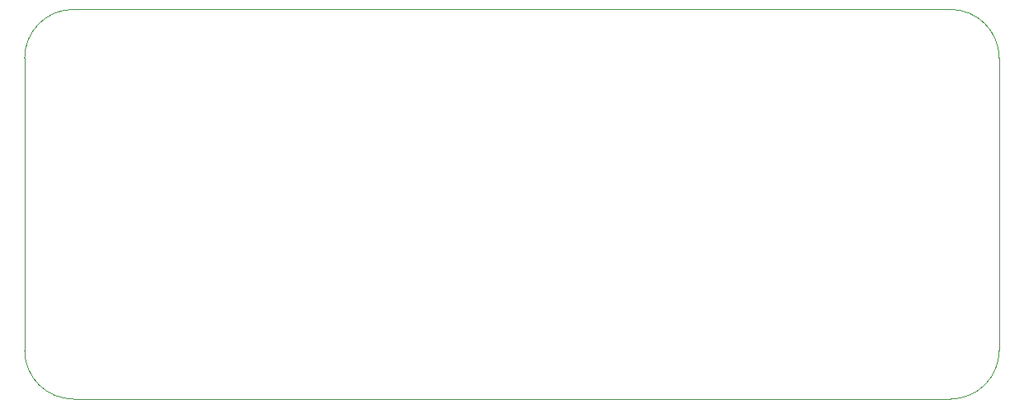
<source format=gm1>
G04 #@! TF.GenerationSoftware,KiCad,Pcbnew,9.0.2-9.0.2-0~ubuntu24.04.1*
G04 #@! TF.CreationDate,2025-06-28T12:51:00+02:00*
G04 #@! TF.ProjectId,DRV8701_2Motors,44525638-3730-4315-9f32-4d6f746f7273,rev?*
G04 #@! TF.SameCoordinates,Original*
G04 #@! TF.FileFunction,Profile,NP*
%FSLAX46Y46*%
G04 Gerber Fmt 4.6, Leading zero omitted, Abs format (unit mm)*
G04 Created by KiCad (PCBNEW 9.0.2-9.0.2-0~ubuntu24.04.1) date 2025-06-28 12:51:00*
%MOMM*%
%LPD*%
G01*
G04 APERTURE LIST*
G04 #@! TA.AperFunction,Profile*
%ADD10C,0.050000*%
G04 #@! TD*
G04 APERTURE END LIST*
D10*
X178790000Y-89810000D02*
X88790000Y-89810000D01*
X178790000Y-49810000D02*
G75*
G02*
X183790000Y-54810000I0J-5000000D01*
G01*
X88790000Y-89810000D02*
G75*
G02*
X83790000Y-84810000I0J5000000D01*
G01*
X88790000Y-49810000D02*
X178790000Y-49810000D01*
X83790000Y-84810000D02*
X83790000Y-54810000D01*
X183790000Y-84810000D02*
X183790000Y-54810000D01*
X183790000Y-84810000D02*
G75*
G02*
X178790000Y-89810000I-5000000J0D01*
G01*
X83790000Y-54810000D02*
G75*
G02*
X88790000Y-49810000I5000000J0D01*
G01*
M02*

</source>
